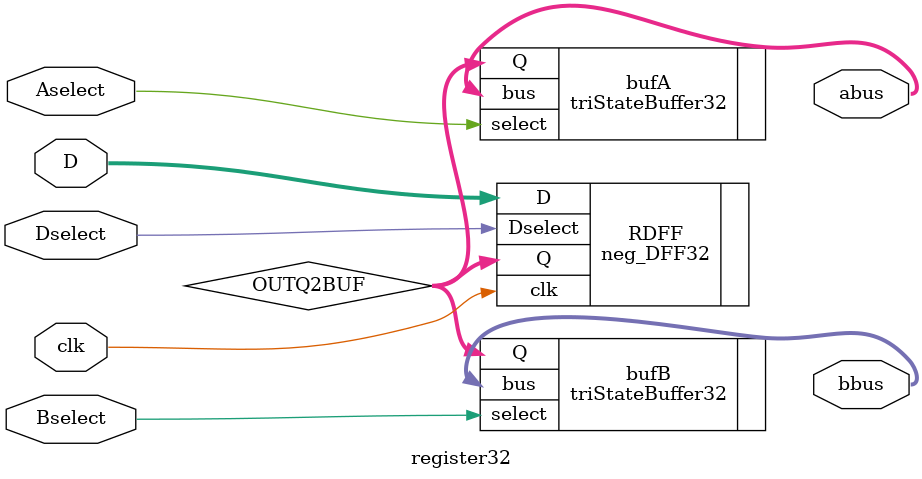
<source format=v>
`timescale 1ns / 1ps


module register32(D, clk, Dselect, Aselect, Bselect, bbus, abus);

    input wire clk, Dselect, Aselect, Bselect;
    input [31:0] D;
    output [31:0] bbus, abus;
    
    wire [31:0] OUTQ2BUF;
       
    
    neg_DFF32 RDFF(
        .Dselect(Dselect),
        .D(D),
        .clk(clk),
        .Q(OUTQ2BUF)
    );
    
    triStateBuffer32 bufA(
        .select(Aselect),
        .Q(OUTQ2BUF),
        .bus(abus)
    );
    
    triStateBuffer32 bufB(
        .select(Bselect),
        .Q(OUTQ2BUF),
        .bus(bbus)
    );
    


endmodule

</source>
